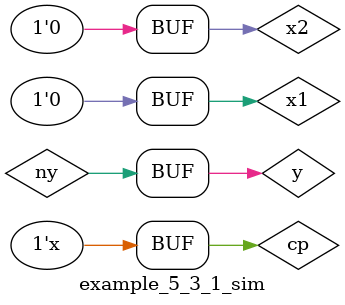
<source format=v>

`timescale 1ns / 1ps	

module example_5_3_1_sim();

    reg cp, x1, x2;
    wire ny, z;
    reg y;
                               
    example_5_3_1 U(.cp(cp), .x1(x1), .x2(x2), .y(y), .ny(ny), .z(z));

    initial begin
         #0
         y=0;
         cp=1;
         x1=0;
         x2=0;
         #20          
         x1=0;
         x2=1;
         #20
         x1=1;
         x2=0;
         #20 
         x1=1;
         x2=1;
         #20 
         x1=0;
         x2=1;
         #20 
         x1=1;
         x2=1;
         #20 
         x1=1;
         x2=0;
         #20 
         x1=0;
         x2=0;
    end
    
    always #10 cp <= ~cp;

    always #20 y <= ny;

endmodule
</source>
